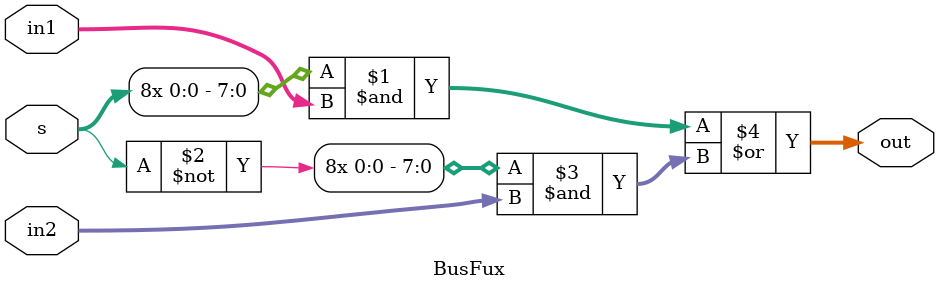
<source format=v>
`timescale 1ns / 1ps

//bussed mux
//takes in 2 busses in1 and in2
//outputes either entire bus 1 or bus 2

//input = 8bit bus
//output = 8bit bus


module BusFux(
    input [7:0] in1,
    input [7:0] in2,
    input s,
    output [7:0] out
    );
   
    assign out = ({8{s}} & in1) | ({8{~s}} & in2);
endmodule

</source>
